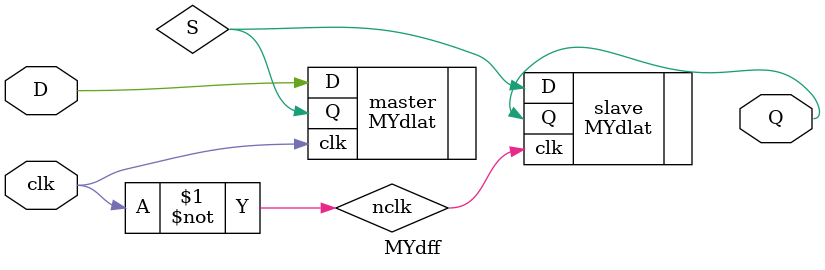
<source format=v>
`include "dlat.v"

module MYdff(input D, input clk, output Q);
    wire S;
    wire nclk;
    assign nclk = ~clk;
    MYdlat master(.D(D), .clk(clk), .Q(S));
    MYdlat slave(.D(S), .clk(nclk), .Q(Q));
endmodule
</source>
